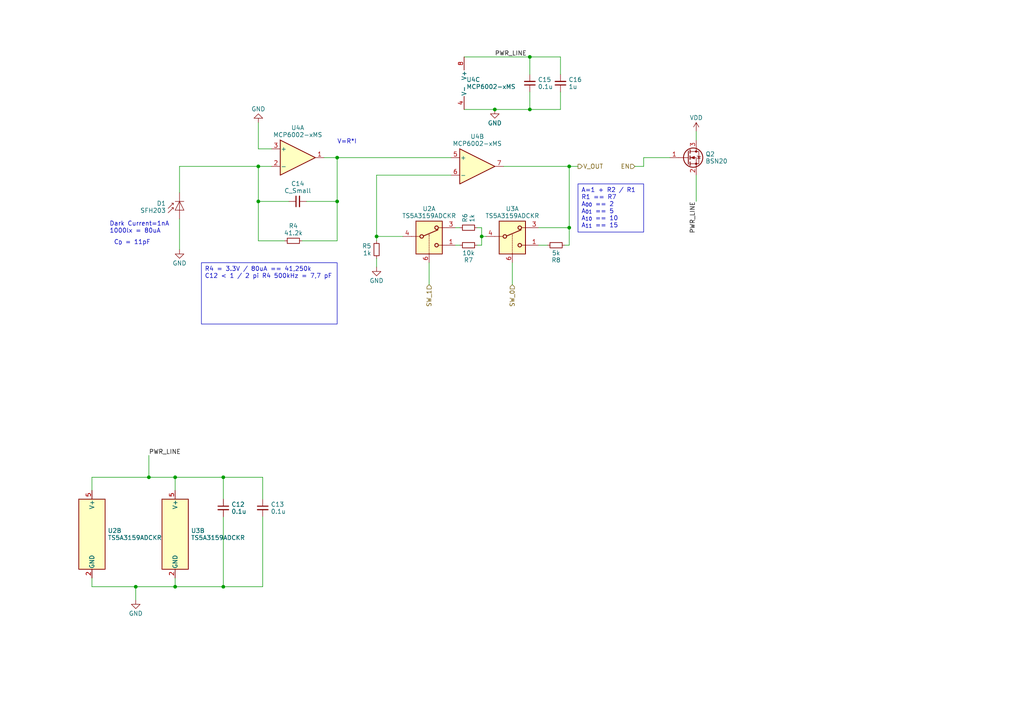
<source format=kicad_sch>
(kicad_sch (version 20230121) (generator eeschema)
  (paper "A4")
  (lib_symbols
    (symbol "Amplifier_Operational:MCP6002-xMS" (pin_names (offset 0.127))
      (property "Reference" "U" (at 0 5.08 0))
      (property "Value" "MCP6002-xMS" (at 0 -5.08 0))
      (symbol "MCP6002-xMS_1_1"
        (polyline (pts (xy -5.08 5.08) (xy 5.08 0) (xy -5.08 -5.08) (xy -5.08 5.08)) (stroke (width 0.254)) (fill (type background)))
        (pin output line (at 7.62 0 180) (length 2.54) (name "~") (number "1"))
        (pin input line (at -7.62 -2.54 0) (length 2.54) (name "-") (number "2"))
        (pin input line (at -7.62 2.54 0) (length 2.54) (name "+") (number "3"))
      )
      (symbol "MCP6002-xMS_2_1"
        (polyline (pts (xy -5.08 5.08) (xy 5.08 0) (xy -5.08 -5.08) (xy -5.08 5.08)) (stroke (width 0.254)) (fill (type background)))
        (pin input line (at -7.62 2.54 0) (length 2.54) (name "+") (number "5"))
        (pin input line (at -7.62 -2.54 0) (length 2.54) (name "-") (number "6"))
        (pin output line (at 7.62 0 180) (length 2.54) (name "~") (number "7"))
      )
      (symbol "MCP6002-xMS_3_1"
        (pin power_in line (at -2.54 -7.62 90) (length 3.81) (name "V-") (number "4"))
        (pin power_in line (at -2.54 7.62 270) (length 3.81) (name "V+") (number "8"))
      )
    )
    (symbol "Analog_Switch:TS5A3159ADCKR" (pin_names (offset 0.127))
      (property "Reference" "U" (at -3.175 4.699 0))
      (property "Value" "TS5A3159ADCKR" (at -3.175 2.921 0))
      (symbol "TS5A3159ADCKR_1_1"
        (rectangle (start -3.81 1.905) (end 3.81 -7.62) (stroke (width 0.254)) (fill (type background)))
        (circle (center -2.159 -2.54) (radius 0.508) (stroke (width 0.254)))
        (polyline (pts (xy -5.08 -2.54) (xy -2.794 -2.54)))
        (polyline (pts (xy -1.651 -2.413) (xy 2.54 -0.635)) (stroke (width 0.254)))
        (polyline (pts (xy 0 -7.62) (xy 0 -7.112)))
        (polyline (pts (xy 0 -6.858) (xy 0 -6.604)))
        (polyline (pts (xy 0 -6.35) (xy 0 -6.096)))
        (polyline (pts (xy 0 -5.842) (xy 0 -5.588)))
        (polyline (pts (xy 0 -5.334) (xy 0 -5.08)))
        (polyline (pts (xy 0 -4.826) (xy 0 -4.572)))
        (polyline (pts (xy 0 -4.318) (xy 0 -4.064)))
        (polyline (pts (xy 0 -3.81) (xy 0 -3.556)))
        (polyline (pts (xy 0 -3.302) (xy 0 -3.048)))
        (polyline (pts (xy 0 -2.794) (xy 0 -2.54)))
        (polyline (pts (xy 0 -2.286) (xy 0 -2.032)))
        (polyline (pts (xy 0 -2.286) (xy 0 -2.032)))
        (polyline (pts (xy 5.08 -5.08) (xy 2.794 -5.08)))
        (polyline (pts (xy 5.08 0) (xy 2.794 0)))
        (circle (center 2.159 -5.08) (radius 0.508) (stroke (width 0.254)))
        (circle (center 2.159 0) (radius 0.508) (stroke (width 0.254)))
        (pin passive line (at 7.62 -5.08 180) (length 2.54) (name "~") (number "1"))
        (pin passive line (at 7.62 0 180) (length 2.54) (name "~") (number "3"))
        (pin passive line (at -7.62 -2.54 0) (length 2.54) (name "~") (number "4"))
        (pin input line (at 0 -10.16 90) (length 2.54) (name "~") (number "6"))
      )
      (symbol "TS5A3159ADCKR_2_0"
        (pin power_in line (at 0 -12.7 90) (length 2.54) (name "GND") (number "2"))
        (pin power_in line (at 0 12.7 270) (length 2.54) (name "V+") (number "5"))
      )
      (symbol "TS5A3159ADCKR_2_1"
        (rectangle (start -3.81 10.16) (end 3.81 -10.16) (stroke (width 0.254)) (fill (type background)))
      )
    )
    (symbol "Device:C_Small" (pin_numbers hide) (pin_names (offset 0.254) hide)
      (property "Reference" "C" (at 0.254 1.778 0))
      (property "Value" "C_Small" (at 0.254 -2.032 0))
      (symbol "C_Small_0_1"
        (polyline (pts (xy -1.524 -0.508) (xy 1.524 -0.508)) (stroke (width 0.3302)))
        (polyline (pts (xy -1.524 0.508) (xy 1.524 0.508)) (stroke (width 0.3048)))
      )
      (symbol "C_Small_1_1"
        (pin passive line (at 0 2.54 270) (length 2.032) (name "~") (number "1"))
        (pin passive line (at 0 -2.54 90) (length 2.032) (name "~") (number "2"))
      )
    )
    (symbol "Device:R_Small" (pin_numbers hide) (pin_names (offset 0.254) hide)
      (property "Reference" "R" (at 0.762 0.508 0))
      (property "Value" "R_Small" (at 0.762 -1.016 0))
      (symbol "R_Small_0_1"
        (rectangle (start -0.762 1.778) (end 0.762 -1.778) (stroke (width 0.2032)))
      )
      (symbol "R_Small_1_1"
        (pin passive line (at 0 2.54 270) (length 0.762) (name "~") (number "1"))
        (pin passive line (at 0 -2.54 90) (length 0.762) (name "~") (number "2"))
      )
    )
    (symbol "Sensor_Optical:SFH203" (pin_numbers hide) (pin_names hide)
      (property "Reference" "D" (at 0.508 1.778 0))
      (property "Value" "SFH203" (at -1.016 -2.794 0))
      (symbol "SFH203_0_1"
        (polyline (pts (xy -2.54 0) (xy 0 0)))
        (polyline (pts (xy -2.54 1.27) (xy -2.54 -1.27)) (stroke (width 0.1524)))
        (polyline (pts (xy -2.032 1.778) (xy -1.524 1.778)))
        (polyline (pts (xy 0 -1.27) (xy 0 1.27)))
        (polyline (pts (xy -0.508 3.302) (xy -2.032 1.778) (xy -2.032 2.286)))
        (polyline (pts (xy 0 1.27) (xy -2.54 0) (xy 0 -1.27)))
        (polyline (pts (xy 0.762 3.302) (xy -0.762 1.778) (xy -0.762 2.286) (xy -0.762 1.778) (xy -0.254 1.778)))
      )
      (symbol "SFH203_1_1"
        (pin passive line (at -5.08 0 0) (length 2.54) (name "K") (number "1"))
        (pin passive line (at 2.54 0 180) (length 2.54) (name "A") (number "2"))
      )
    )
    (symbol "Transistor_FET:BSN20" (pin_names hide)
      (property "Reference" "Q" (at 5.08 1.905 0))
      (property "Value" "BSN20" (at 5.08 0 0))
      (symbol "BSN20_0_1"
        (polyline (pts (xy 0.254 0) (xy -2.54 0)))
        (polyline (pts (xy 0.254 1.905) (xy 0.254 -1.905)) (stroke (width 0.254)))
        (polyline (pts (xy 0.762 -1.27) (xy 0.762 -2.286)) (stroke (width 0.254)))
        (polyline (pts (xy 0.762 0.508) (xy 0.762 -0.508)) (stroke (width 0.254)))
        (polyline (pts (xy 0.762 2.286) (xy 0.762 1.27)) (stroke (width 0.254)))
        (polyline (pts (xy 2.54 2.54) (xy 2.54 1.778)))
        (polyline (pts (xy 2.54 -2.54) (xy 2.54 0) (xy 0.762 0)))
        (polyline (pts (xy 0.762 -1.778) (xy 3.302 -1.778) (xy 3.302 1.778) (xy 0.762 1.778)))
        (polyline (pts (xy 1.016 0) (xy 2.032 0.381) (xy 2.032 -0.381) (xy 1.016 0)) (fill (type outline)))
        (polyline (pts (xy 2.794 0.508) (xy 2.921 0.381) (xy 3.683 0.381) (xy 3.81 0.254)))
        (polyline (pts (xy 3.302 0.381) (xy 2.921 -0.254) (xy 3.683 -0.254) (xy 3.302 0.381)))
        (circle (center 1.651 0) (radius 2.794) (stroke (width 0.254)))
        (circle (center 2.54 -1.778) (radius 0.254) (fill (type outline)))
        (circle (center 2.54 1.778) (radius 0.254) (fill (type outline)))
      )
      (symbol "BSN20_1_1"
        (pin input line (at -5.08 0 0) (length 2.54) (name "G") (number "1"))
        (pin passive line (at 2.54 -5.08 90) (length 2.54) (name "S") (number "2"))
        (pin passive line (at 2.54 5.08 270) (length 2.54) (name "D") (number "3"))
      )
    )
    (symbol "power:GND" (power) (pin_names (offset 0))
      (property "Value" "GND" (at 0 -3.81 0))
      (symbol "GND_0_1"
        (polyline (pts (xy 0 0) (xy 0 -1.27) (xy 1.27 -1.27) (xy 0 -2.54) (xy -1.27 -1.27) (xy 0 -1.27)))
      )
      (symbol "GND_1_1"
        (pin power_in line (at 0 0 270) (length 0) hide (name "GND") (number "1"))
      )
    )
    (symbol "power:VDD" (power) (pin_names (offset 0))
      (property "Value" "VDD" (at 0 3.81 0))
      (symbol "VDD_0_1"
        (polyline (pts (xy -0.762 1.27) (xy 0 2.54)))
        (polyline (pts (xy 0 0) (xy 0 2.54)))
        (polyline (pts (xy 0 2.54) (xy 0.762 1.27)))
      )
      (symbol "VDD_1_1"
        (pin power_in line (at 0 0 90) (length 0) hide (name "VDD") (number "1"))
      )
    )
  )
  (junction (at 74.93 48.26))
  (junction (at 43.18 138.43))
  (junction (at 64.77 170.18))
  (junction (at 97.79 58.42))
  (junction (at 143.51 31.75))
  (junction (at 50.8 170.18))
  (junction (at 153.67 16.51))
  (junction (at 165.1 48.26))
  (junction (at 74.93 58.42))
  (junction (at 153.67 31.75))
  (junction (at 109.22 68.58))
  (junction (at 165.1 66.04))
  (junction (at 39.37 170.18))
  (junction (at 97.79 45.72))
  (junction (at 139.7 68.58))
  (junction (at 64.77 138.43))
  (junction (at 50.8 138.43))
  (wire (pts (xy 140.97 68.58) (xy 139.7 68.58)))
  (wire (pts (xy 50.8 142.24) (xy 50.8 138.43)))
  (wire (pts (xy 26.67 167.64) (xy 26.67 170.18)))
  (wire (pts (xy 43.18 132.08) (xy 43.18 138.43)))
  (wire (pts (xy 130.81 45.72) (xy 97.79 45.72)))
  (wire (pts (xy 64.77 149.86) (xy 64.77 170.18)))
  (wire (pts (xy 109.22 68.58) (xy 109.22 69.85)))
  (wire (pts (xy 139.7 66.04) (xy 139.7 68.58)))
  (wire (pts (xy 26.67 170.18) (xy 39.37 170.18)))
  (wire (pts (xy 82.55 69.85) (xy 74.93 69.85)))
  (wire (pts (xy 184.15 48.26) (xy 186.69 48.26)))
  (wire (pts (xy 64.77 170.18) (xy 50.8 170.18)))
  (wire (pts (xy 52.07 48.26) (xy 52.07 55.88)))
  (wire (pts (xy 130.81 50.8) (xy 109.22 50.8)))
  (wire (pts (xy 153.67 31.75) (xy 143.51 31.75)))
  (wire (pts (xy 165.1 48.26) (xy 167.64 48.26)))
  (wire (pts (xy 186.69 45.72) (xy 194.31 45.72)))
  (wire (pts (xy 74.93 43.18) (xy 74.93 35.56)))
  (wire (pts (xy 134.62 31.75) (xy 143.51 31.75)))
  (wire (pts (xy 64.77 144.78) (xy 64.77 138.43)))
  (wire (pts (xy 50.8 167.64) (xy 50.8 170.18)))
  (wire (pts (xy 186.69 48.26) (xy 186.69 45.72)))
  (wire (pts (xy 132.08 66.04) (xy 133.35 66.04)))
  (wire (pts (xy 52.07 48.26) (xy 74.93 48.26)))
  (wire (pts (xy 139.7 71.12) (xy 138.43 71.12)))
  (wire (pts (xy 162.56 16.51) (xy 153.67 16.51)))
  (wire (pts (xy 148.59 76.2) (xy 148.59 82.55)))
  (wire (pts (xy 97.79 58.42) (xy 97.79 69.85)))
  (wire (pts (xy 109.22 50.8) (xy 109.22 68.58)))
  (wire (pts (xy 78.74 43.18) (xy 74.93 43.18)))
  (wire (pts (xy 74.93 48.26) (xy 78.74 48.26)))
  (wire (pts (xy 43.18 138.43) (xy 50.8 138.43)))
  (wire (pts (xy 26.67 138.43) (xy 43.18 138.43)))
  (wire (pts (xy 139.7 71.12) (xy 139.7 68.58)))
  (wire (pts (xy 109.22 68.58) (xy 116.84 68.58)))
  (wire (pts (xy 93.98 45.72) (xy 97.79 45.72)))
  (wire (pts (xy 76.2 144.78) (xy 76.2 138.43)))
  (wire (pts (xy 156.21 71.12) (xy 158.75 71.12)))
  (wire (pts (xy 76.2 138.43) (xy 64.77 138.43)))
  (wire (pts (xy 165.1 66.04) (xy 165.1 71.12)))
  (wire (pts (xy 50.8 170.18) (xy 39.37 170.18)))
  (wire (pts (xy 162.56 26.67) (xy 162.56 31.75)))
  (wire (pts (xy 201.93 38.1) (xy 201.93 40.64)))
  (wire (pts (xy 83.82 58.42) (xy 74.93 58.42)))
  (wire (pts (xy 162.56 31.75) (xy 153.67 31.75)))
  (wire (pts (xy 163.83 71.12) (xy 165.1 71.12)))
  (wire (pts (xy 134.62 16.51) (xy 153.67 16.51)))
  (wire (pts (xy 76.2 149.86) (xy 76.2 170.18)))
  (wire (pts (xy 64.77 138.43) (xy 50.8 138.43)))
  (wire (pts (xy 165.1 48.26) (xy 165.1 66.04)))
  (wire (pts (xy 26.67 142.24) (xy 26.67 138.43)))
  (wire (pts (xy 97.79 58.42) (xy 97.79 45.72)))
  (wire (pts (xy 124.46 76.2) (xy 124.46 82.55)))
  (wire (pts (xy 162.56 21.59) (xy 162.56 16.51)))
  (wire (pts (xy 146.05 48.26) (xy 165.1 48.26)))
  (wire (pts (xy 156.21 66.04) (xy 165.1 66.04)))
  (wire (pts (xy 109.22 74.93) (xy 109.22 77.47)))
  (wire (pts (xy 153.67 21.59) (xy 153.67 16.51)))
  (wire (pts (xy 132.08 71.12) (xy 133.35 71.12)))
  (wire (pts (xy 87.63 69.85) (xy 97.79 69.85)))
  (wire (pts (xy 52.07 63.5) (xy 52.07 72.39)))
  (wire (pts (xy 138.43 66.04) (xy 139.7 66.04)))
  (wire (pts (xy 76.2 170.18) (xy 64.77 170.18)))
  (wire (pts (xy 74.93 48.26) (xy 74.93 58.42)))
  (wire (pts (xy 153.67 26.67) (xy 153.67 31.75)))
  (wire (pts (xy 201.93 50.8) (xy 201.93 58.42)))
  (wire (pts (xy 74.93 58.42) (xy 74.93 69.85)))
  (wire (pts (xy 39.37 170.18) (xy 39.37 173.99)))
  (wire (pts (xy 88.9 58.42) (xy 97.79 58.42)))
  (text_box "A=1 + R2 / R1\nR1 == R7\nA_{00} == 2\nA_{01} == 5\nA_{10} == 10\nA_{11} == 15\n" (at 167.64 53.34 0) (size 19.05 13.97) (effects (font (size 1.27 1.27)) (justify left top)))
  (text_box "R4 = 3.3V / 80uA == 41,250k\nC12 < 1 / 2 pi R4 500kHz = 7,7 pF" (at 58.42 76.2 0) (size 39.37 17.78) (effects (font (size 1.27 1.27)) (justify left top)))
  (text "C_{D} = 11pF\n" (at 33.02 71.12 0) (effects (font (size 1.27 1.27)) (justify left bottom)))
  (text "V=R*I" (at 97.79 41.91 0) (effects (font (size 1.27 1.27)) (justify left bottom)))
  (text "Dark Current=1nA\n1000lx = 80uA\n\n" (at 31.75 69.85 0) (effects (font (size 1.27 1.27)) (justify left bottom)))
  (label "PWR_LINE" (at 201.93 58.42 270))
  (label "PWR_LINE" (at 143.51 16.51 0))
  (label "PWR_LINE" (at 43.18 132.08 0))
  (hierarchical_label "SW_0" (shape input) (at 148.59 82.55 270))
  (hierarchical_label "SW_1" (shape input) (at 124.46 82.55 270))
  (hierarchical_label "V_OUT" (shape output) (at 167.64 48.26 0))
  (hierarchical_label "EN" (shape input) (at 184.15 48.26 180))
  (symbol (lib_id "power:GND") (at 109.22 77.47 0) (unit 1)
    (property "Reference" "#PWR013" (effects hide))
    (property "Value" "GND" (at 109.22 81.415 0))
    (instances (project "EnvSensorNode" (path "" (reference "#PWR013") (unit 1)) (path "" (reference "#PWR029") (unit 1))))
  )
  (symbol (lib_id "Amplifier_Operational:MCP6002-xMS") (at 137.16 24.13 0) (unit 3)
    (property "Reference" "U4" (at 135.255 23.106 0) (effects (justify left)))
    (property "Value" "MCP6002-xMS" (at 135.255 25.154 0) (effects (justify left)))
    (property "Footprint" "Package_SO:SOIC-8_3.9x4.9mm_P1.27mm" (effects hide))
    (property "Datasheet" "http://ww1.microchip.com/downloads/en/DeviceDoc/21733j.pdf" (effects hide))
    (property "Manufacturer_Name" "Microchip Technology" (effects hide))
    (property "Manufacturer_Part_Number" "MCP6002-I/SN " (effects hide))
    (property "Mouser Part Number" "MCP6002-I/SN " (effects hide))
    (property "Mouser Price/Stock" "https://www.mouser.de/ProductDetail/Microchip-Technology/MCP6002-I-SN?qs=cQYLKLPzRJlt69SDaZwGcA%3D%3D" (effects hide))
  )
  (symbol (lib_id "Analog_Switch:TS5A3159ADCKR") (at 124.46 66.04 0) (unit 1)
    (property "Reference" "U2" (at 124.46 60.555 0))
    (property "Value" "TS5A3159ADCKR" (at 124.46 62.603 0))
    (property "Footprint" "Package_TO_SOT_SMD:SOT-363_SC-70-6" (effects hide))
    (property "Datasheet" "http://www.ti.com/lit/ds/symlink/ts5a3159a.pdf" (effects hide))
    (property "Manufacturer_Name" "Texas Instruments" (effects hide))
    (property "Manufacturer_Part_Number" "TS5A3159ADCKR " (effects hide))
    (property "Mouser Part Number" "595-TS5A3159ADCKR" (effects hide))
    (property "Mouser Price/Stock" "https://www.mouser.de/ProductDetail/Texas-Instruments/TS5A3159ADCKR?qs=0O%2FZFlpUpJWT7PTKGuP8wA%3D%3D" (effects hide))
  )
  (symbol (lib_id "Device:R_Small") (at 109.22 72.39 0) (mirror x) (unit 1)
    (property "Reference" "R5" (at 107.7214 71.366 0) (effects (justify right)))
    (property "Value" "1k" (at 107.7214 73.414 0) (effects (justify right)))
    (property "Footprint" "Resistor_SMD:R_0201_0603Metric_Pad0.64x0.40mm_HandSolder" (effects hide))
  )
  (symbol (lib_id "Analog_Switch:TS5A3159ADCKR") (at 148.59 66.04 0) (unit 1)
    (property "Reference" "U3" (at 148.59 60.555 0))
    (property "Value" "TS5A3159ADCKR" (at 148.59 62.603 0))
    (property "Footprint" "Package_TO_SOT_SMD:SOT-363_SC-70-6" (effects hide))
    (property "Datasheet" "http://www.ti.com/lit/ds/symlink/ts5a3159a.pdf" (effects hide))
    (property "Manufacturer_Name" "Texas Instruments" (effects hide))
    (property "Manufacturer_Part_Number" "TS5A3159ADCKR " (effects hide))
    (property "Mouser Part Number" "595-TS5A3159ADCKR" (effects hide))
    (property "Mouser Price/Stock" "https://www.mouser.de/ProductDetail/Texas-Instruments/TS5A3159ADCKR?qs=0O%2FZFlpUpJWT7PTKGuP8wA%3D%3D" (effects hide))
  )
  (symbol (lib_id "Device:C_Small") (at 64.77 147.32 0) (unit 1)
    (property "Reference" "C12" (at 67.0941 146.3023 0) (effects (justify left)))
    (property "Value" "0.1u" (at 67.0941 148.3503 0) (effects (justify left)))
    (property "Footprint" "Capacitor_SMD:C_0402_1005Metric_Pad0.74x0.62mm_HandSolder" (effects hide))
  )
  (symbol (lib_id "Transistor_FET:BSN20") (at 199.39 45.72 0) (unit 1)
    (property "Reference" "Q2" (at 204.597 44.696 0) (effects (justify left)))
    (property "Value" "BSN20" (at 204.597 46.744 0) (effects (justify left)))
    (property "Footprint" "Package_TO_SOT_SMD:SOT-23" (effects hide))
    (property "Datasheet" "http://www.diodes.com/assets/Datasheets/ds31898.pdf" (effects hide))
    (property "Manufacturer_Name" "Diodes Inc" (effects hide))
    (property "Manufacturer_Part_Number" "BSN20-7" (effects hide))
    (property "Mouser Part Number" "621-BSN20-7" (effects hide))
    (property "Mouser Price/Stock" "https://www.mouser.de/ProductDetail/Diodes-Incorporated/BSN20-7?qs=T%2FOtf55vL7ctBYJY8B%2FTvw%3D%3D" (effects hide))
  )
  (symbol (lib_id "power:GND") (at 74.93 35.56 180) (unit 1)
    (property "Reference" "#PWR013" (effects hide))
    (property "Value" "GND" (at 74.93 31.615 0))
    (instances (project "EnvSensorNode" (path "" (reference "#PWR013") (unit 1)) (path "" (reference "#PWR028") (unit 1))))
  )
  (symbol (lib_id "Device:R_Small") (at 161.29 71.12 90) (mirror x) (unit 1)
    (property "Reference" "R8" (at 161.29 75.4366 90))
    (property "Value" "5k" (at 161.29 73.3886 90))
    (property "Footprint" "Resistor_SMD:R_0201_0603Metric_Pad0.64x0.40mm_HandSolder" (effects hide))
  )
  (symbol (lib_id "Amplifier_Operational:MCP6002-xMS") (at 86.36 45.72 0) (unit 1)
    (property "Reference" "U4" (at 86.36 37.06 0))
    (property "Value" "MCP6002-xMS" (at 86.36 39.108 0))
    (property "Footprint" "Package_SO:SOIC-8_3.9x4.9mm_P1.27mm" (effects hide))
    (property "Datasheet" "http://ww1.microchip.com/downloads/en/DeviceDoc/21733j.pdf" (effects hide))
    (property "Manufacturer_Name" "Microchip Technology" (effects hide))
    (property "Manufacturer_Part_Number" "MCP6002-I/SN " (effects hide))
    (property "Mouser Part Number" "MCP6002-I/SN " (effects hide))
    (property "Mouser Price/Stock" "https://www.mouser.de/ProductDetail/Microchip-Technology/MCP6002-I-SN?qs=cQYLKLPzRJlt69SDaZwGcA%3D%3D" (effects hide))
  )
  (symbol (lib_id "Analog_Switch:TS5A3159ADCKR") (at 50.8 154.94 0) (unit 2)
    (property "Reference" "U3" (at 55.372 153.916 0) (effects (justify left)))
    (property "Value" "TS5A3159ADCKR" (at 55.372 155.964 0) (effects (justify left)))
    (property "Footprint" "Package_TO_SOT_SMD:SOT-363_SC-70-6" (effects hide))
    (property "Datasheet" "http://www.ti.com/lit/ds/symlink/ts5a3159a.pdf" (effects hide))
    (property "Manufacturer_Name" "Texas Instruments" (effects hide))
    (property "Manufacturer_Part_Number" "TS5A3159ADCKR " (effects hide))
    (property "Mouser Part Number" "595-TS5A3159ADCKR" (effects hide))
    (property "Mouser Price/Stock" "https://www.mouser.de/ProductDetail/Texas-Instruments/TS5A3159ADCKR?qs=0O%2FZFlpUpJWT7PTKGuP8wA%3D%3D" (effects hide))
  )
  (symbol (lib_id "Device:C_Small") (at 153.67 24.13 180) (unit 1)
    (property "Reference" "C15" (at 155.9941 23.0996 0) (effects (justify right)))
    (property "Value" "0.1u" (at 155.9941 25.1476 0) (effects (justify right)))
    (property "Footprint" "Capacitor_SMD:C_0402_1005Metric_Pad0.74x0.62mm_HandSolder" (effects hide))
  )
  (symbol (lib_id "power:GND") (at 143.51 31.75 0) (unit 1)
    (property "Reference" "#PWR030" (effects hide))
    (property "Value" "GND" (at 143.51 35.695 0))
  )
  (symbol (lib_id "Device:C_Small") (at 86.36 58.42 90) (unit 1)
    (property "Reference" "C14" (at 86.3663 53.2779 90))
    (property "Value" "C_Small" (at 86.3663 55.3259 90))
    (property "Footprint" "Capacitor_SMD:C_0402_1005Metric_Pad0.74x0.62mm_HandSolder" (effects hide))
  )
  (symbol (lib_id "Device:C_Small") (at 76.2 147.32 0) (unit 1)
    (property "Reference" "C13" (at 78.5241 146.3023 0) (effects (justify left)))
    (property "Value" "0.1u" (at 78.5241 148.3503 0) (effects (justify left)))
    (property "Footprint" "Capacitor_SMD:C_0402_1005Metric_Pad0.74x0.62mm_HandSolder" (effects hide))
  )
  (symbol (lib_id "power:GND") (at 39.37 173.99 0) (unit 1)
    (property "Reference" "#PWR026" (effects hide))
    (property "Value" "GND" (at 39.37 177.935 0))
  )
  (symbol (lib_id "power:VDD") (at 201.93 38.1 0) (unit 1)
    (property "Reference" "#PWR031" (effects hide))
    (property "Value" "VDD" (at 201.93 34.155 0))
  )
  (symbol (lib_id "Analog_Switch:TS5A3159ADCKR") (at 26.67 154.94 0) (unit 2)
    (property "Reference" "U2" (at 31.242 153.916 0) (effects (justify left)))
    (property "Value" "TS5A3159ADCKR" (at 31.242 155.964 0) (effects (justify left)))
    (property "Footprint" "Package_TO_SOT_SMD:SOT-363_SC-70-6" (effects hide))
    (property "Datasheet" "http://www.ti.com/lit/ds/symlink/ts5a3159a.pdf" (effects hide))
    (property "Manufacturer_Name" "Texas Instruments" (effects hide))
    (property "Manufacturer_Part_Number" "TS5A3159ADCKR " (effects hide))
    (property "Mouser Part Number" "595-TS5A3159ADCKR" (effects hide))
    (property "Mouser Price/Stock" "https://www.mouser.de/ProductDetail/Texas-Instruments/TS5A3159ADCKR?qs=0O%2FZFlpUpJWT7PTKGuP8wA%3D%3D" (effects hide))
  )
  (symbol (lib_id "Device:R_Small") (at 85.09 69.85 90) (unit 1)
    (property "Reference" "R4" (at 85.09 65.5334 90))
    (property "Value" "41.2k" (at 85.09 67.5814 90))
    (property "Footprint" "Resistor_SMD:R_0201_0603Metric_Pad0.64x0.40mm_HandSolder" (effects hide))
  )
  (symbol (lib_id "Device:C_Small") (at 162.56 24.13 180) (unit 1)
    (property "Reference" "C16" (at 164.8841 23.0996 0) (effects (justify right)))
    (property "Value" "1u" (at 164.8841 25.1476 0) (effects (justify right)))
    (property "Footprint" "Capacitor_SMD:C_0402_1005Metric_Pad0.74x0.62mm_HandSolder" (effects hide))
  )
  (symbol (lib_id "Amplifier_Operational:MCP6002-xMS") (at 138.43 48.26 0) (unit 2)
    (property "Reference" "U4" (at 138.43 39.6 0))
    (property "Value" "MCP6002-xMS" (at 138.43 41.648 0))
    (property "Footprint" "Package_SO:SOIC-8_3.9x4.9mm_P1.27mm" (effects hide))
    (property "Datasheet" "http://ww1.microchip.com/downloads/en/DeviceDoc/21733j.pdf" (effects hide))
    (property "Manufacturer_Name" "Microchip Technology" (effects hide))
    (property "Manufacturer_Part_Number" "MCP6002-I/SN " (effects hide))
    (property "Mouser Part Number" "MCP6002-I/SN " (effects hide))
    (property "Mouser Price/Stock" "https://www.mouser.de/ProductDetail/Microchip-Technology/MCP6002-I-SN?qs=cQYLKLPzRJlt69SDaZwGcA%3D%3D" (effects hide))
  )
  (symbol (lib_id "power:GND") (at 52.07 72.39 0) (unit 1)
    (property "Reference" "#PWR013" (effects hide))
    (property "Value" "GND" (at 52.07 76.335 0))
    (instances (project "EnvSensorNode" (path "" (reference "#PWR013") (unit 1)) (path "" (reference "#PWR027") (unit 1))))
  )
  (symbol (lib_id "Device:R_Small") (at 135.89 66.04 270) (unit 1)
    (property "Reference" "R6" (at 134.866 64.5414 0) (effects (justify right)))
    (property "Value" "1k" (at 136.914 64.5414 0) (effects (justify right)))
    (property "Footprint" "Resistor_SMD:R_0201_0603Metric_Pad0.64x0.40mm_HandSolder" (effects hide))
  )
  (symbol (lib_id "Sensor_Optical:SFH203") (at 52.07 60.96 90) (mirror x) (unit 1)
    (property "Reference" "D1" (at 48.133 59.0089 90) (effects (justify left)))
    (property "Value" "SFH203" (at 48.133 61.0569 90) (effects (justify left)))
    (property "Footprint" "LED_THT:LED_D5.0mm_IRGrey" (effects hide))
    (property "Datasheet" "https://dammedia.osram.info/media/resource/hires/osram-dam-5488337/SFH%20203_EN.pdf" (effects hide))
    (property "Manufacturer_Name" "ams OSRAM" (effects hide))
    (property "Manufacturer_Part_Number" "SFH 203 " (effects hide))
    (property "Mouser Part Number" "720-SFH203" (effects hide))
    (property "Mouser Price/Stock" "https://www.mouser.de/ProductDetail/ams-OSRAM/SFH-203?qs=nTDll3UaDK5tSfK%252By9U02Q%3D%3D" (effects hide))
  )
  (symbol (lib_id "Device:R_Small") (at 135.89 71.12 90) (mirror x) (unit 1)
    (property "Reference" "R7" (at 135.89 75.4366 90))
    (property "Value" "10k" (at 135.89 73.3886 90))
    (property "Footprint" "Resistor_SMD:R_0201_0603Metric_Pad0.64x0.40mm_HandSolder" (effects hide))
  )
)
</source>
